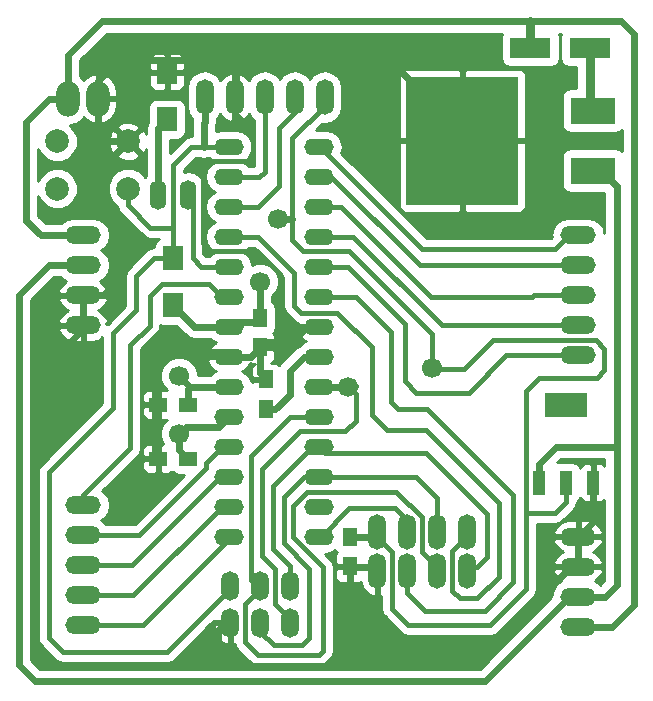
<source format=gbr>
G04 #@! TF.FileFunction,Copper,L2,Bot,Signal*
%FSLAX46Y46*%
G04 Gerber Fmt 4.6, Leading zero omitted, Abs format (unit mm)*
G04 Created by KiCad (PCBNEW no-bzr-product) date 06/20/16 09:14:02*
%MOMM*%
%LPD*%
G01*
G04 APERTURE LIST*
%ADD10C,0.100000*%
%ADD11O,2.500000X1.400000*%
%ADD12C,1.700000*%
%ADD13O,1.500000X3.000000*%
%ADD14R,1.700000X2.000000*%
%ADD15R,3.500120X1.800860*%
%ADD16R,3.800000X2.300000*%
%ADD17R,9.550000X10.900000*%
%ADD18O,3.000000X1.500000*%
%ADD19C,2.000000*%
%ADD20O,1.500000X2.500000*%
%ADD21R,1.250000X1.500000*%
%ADD22R,3.657600X2.032000*%
%ADD23R,1.016000X2.032000*%
%ADD24O,1.400000X2.500000*%
%ADD25O,2.000000X3.000000*%
%ADD26R,1.500000X1.250000*%
%ADD27C,0.600000*%
%ADD28C,0.400000*%
%ADD29C,0.800000*%
%ADD30C,0.254000*%
G04 APERTURE END LIST*
D10*
D11*
X87022449Y-48392239D03*
X87022449Y-50932239D03*
X87022449Y-53472239D03*
X87022449Y-56012239D03*
X87022449Y-58552239D03*
X87022449Y-61092239D03*
X87022449Y-63632239D03*
X87022449Y-66172239D03*
X87022449Y-68712239D03*
X87022449Y-71252239D03*
X87022449Y-73792239D03*
X87022449Y-76332239D03*
X87022449Y-78872239D03*
X87022449Y-81412239D03*
X94642449Y-81412239D03*
X94642449Y-78872239D03*
X94642449Y-76332239D03*
X94642449Y-73792239D03*
X94642449Y-71252239D03*
X94642449Y-68712239D03*
X94642449Y-66172239D03*
X94642449Y-63632239D03*
X94642449Y-61092239D03*
X94642449Y-58552239D03*
X94642449Y-56012239D03*
X94642449Y-53472239D03*
X94642449Y-50932239D03*
X94642449Y-48392239D03*
D12*
X82804000Y-67790060D03*
X82804000Y-72671940D03*
D13*
X99568000Y-84347000D03*
X102108000Y-84347000D03*
X99568000Y-81007000D03*
X102108000Y-81007000D03*
X104648000Y-84347000D03*
X104648000Y-81007000D03*
X107188000Y-84347000D03*
X107188000Y-81007000D03*
D14*
X81788000Y-46069000D03*
X81788000Y-42069000D03*
D15*
X117561360Y-40005000D03*
X112562640Y-40005000D03*
D16*
X117856000Y-45339000D03*
X117856000Y-50419000D03*
D17*
X106806000Y-47879000D03*
D18*
X74676000Y-55880000D03*
X74676000Y-58420000D03*
X74676000Y-60960000D03*
X74676000Y-63500000D03*
D19*
X72486000Y-47943000D03*
X78486000Y-47943000D03*
X72486000Y-51943000D03*
X78486000Y-51943000D03*
D20*
X92202000Y-85552000D03*
X92202000Y-88692000D03*
X89662000Y-85552000D03*
X89662000Y-88692000D03*
X87122000Y-85552000D03*
X87122000Y-88692000D03*
D21*
X97282000Y-83927000D03*
X97282000Y-81427000D03*
D18*
X116586000Y-89027000D03*
X116586000Y-86487000D03*
X116586000Y-83947000D03*
X116586000Y-81407000D03*
D21*
X90170000Y-70592000D03*
X90170000Y-68092000D03*
D13*
X95123000Y-44196000D03*
X92583000Y-44196000D03*
X90043000Y-44196000D03*
X87503000Y-44196000D03*
X84963000Y-44196000D03*
D18*
X74676000Y-78740000D03*
X74676000Y-81280000D03*
X74676000Y-83820000D03*
X74676000Y-86360000D03*
X74676000Y-88900000D03*
X116586000Y-66040000D03*
X116586000Y-63500000D03*
X116586000Y-60960000D03*
X116586000Y-58420000D03*
X116586000Y-55880000D03*
D22*
X115570000Y-70231000D03*
D23*
X115570000Y-76835000D03*
X113284000Y-76835000D03*
X117856000Y-76835000D03*
D24*
X81026000Y-52451000D03*
X83566000Y-52451000D03*
D25*
X73406000Y-44323000D03*
X75946000Y-44323000D03*
D21*
X89662000Y-62885000D03*
X89662000Y-65385000D03*
D14*
X82296000Y-61817000D03*
X82296000Y-57817000D03*
D26*
X83526000Y-70231000D03*
X81026000Y-70231000D03*
X83546000Y-74803000D03*
X81046000Y-74803000D03*
D12*
X97131226Y-68697080D03*
X104229620Y-67142404D03*
X91186000Y-54483000D03*
X89662000Y-59817000D03*
D27*
X117856000Y-50419000D02*
X118554590Y-50419000D01*
X118554590Y-50419000D02*
X119854159Y-51718569D01*
X119854159Y-51718569D02*
X119854159Y-54483000D01*
X119854159Y-54483000D02*
X119854159Y-73787000D01*
X116586000Y-86487000D02*
X115836000Y-86487000D01*
X115836000Y-86487000D02*
X108716942Y-93606058D01*
X69264557Y-92266900D02*
X69264557Y-60919727D01*
X108716942Y-93606058D02*
X70603715Y-93606058D01*
X70603715Y-93606058D02*
X69264557Y-92266900D01*
X69264557Y-60919727D02*
X71764284Y-58420000D01*
X71764284Y-58420000D02*
X74676000Y-58420000D01*
X119854159Y-73787000D02*
X119854159Y-85490119D01*
X119854159Y-85490119D02*
X118857278Y-86487000D01*
X118857278Y-86487000D02*
X116586000Y-86487000D01*
X113284000Y-76835000D02*
X113284000Y-75219000D01*
X113284000Y-75219000D02*
X114716000Y-73787000D01*
X114716000Y-73787000D02*
X119854159Y-73787000D01*
X84963000Y-44196000D02*
X84963000Y-46296000D01*
X84963000Y-46296000D02*
X84896691Y-46362309D01*
X84896691Y-46362309D02*
X84896691Y-48392239D01*
D28*
X82296000Y-57817000D02*
X80691913Y-57817000D01*
X77246407Y-70480116D02*
X71756907Y-75969616D01*
X80691913Y-57817000D02*
X79196330Y-59312583D01*
X79196330Y-59312583D02*
X79196330Y-62238080D01*
X79196330Y-62238080D02*
X77246407Y-64188003D01*
X77246407Y-64188003D02*
X77246407Y-70480116D01*
X71756907Y-75969616D02*
X71756907Y-89951966D01*
X71756907Y-89951966D02*
X72964828Y-91159887D01*
X72964828Y-91159887D02*
X81814113Y-91159887D01*
X81814113Y-91159887D02*
X87122000Y-85852000D01*
X82296000Y-57817000D02*
X82296000Y-55245000D01*
X82296000Y-55245000D02*
X82296000Y-49949930D01*
X78486000Y-51943000D02*
X78486000Y-53357213D01*
X78486000Y-53357213D02*
X80373787Y-55245000D01*
X80373787Y-55245000D02*
X82296000Y-55245000D01*
X82296000Y-49949930D02*
X83853691Y-48392239D01*
X83853691Y-48392239D02*
X84896691Y-48392239D01*
X84963000Y-44196000D02*
X84896691Y-44262309D01*
X84896691Y-48392239D02*
X87022449Y-48392239D01*
X86614000Y-85852000D02*
X86614000Y-85125591D01*
D27*
X90123187Y-64923813D02*
X91440000Y-64923813D01*
X91440000Y-64923813D02*
X92319940Y-64923813D01*
D28*
X91322093Y-59146062D02*
X91322093Y-64805906D01*
X91322093Y-64805906D02*
X91440000Y-64923813D01*
D27*
X89662000Y-65385000D02*
X90123187Y-64923813D01*
X92319940Y-64923813D02*
X93611514Y-63632239D01*
X93611514Y-63632239D02*
X94642449Y-63632239D01*
X89662000Y-65385000D02*
X89662000Y-67584000D01*
X89662000Y-67584000D02*
X90170000Y-68092000D01*
X87022449Y-66172239D02*
X88874761Y-66172239D01*
X88874761Y-66172239D02*
X89662000Y-65385000D01*
X78486000Y-47943000D02*
X77071787Y-47943000D01*
X77071787Y-47943000D02*
X77007787Y-47879000D01*
X77007787Y-47879000D02*
X75946000Y-47879000D01*
X81046000Y-74803000D02*
X80735513Y-74492513D01*
X80735513Y-74492513D02*
X80735513Y-70521487D01*
X80735513Y-70521487D02*
X81026000Y-70231000D01*
X87022449Y-66172239D02*
X86629633Y-65779423D01*
X86629633Y-65779423D02*
X82115198Y-65779423D01*
X82115198Y-65779423D02*
X80800227Y-67094394D01*
X80800227Y-67094394D02*
X80800227Y-70005227D01*
X80800227Y-70005227D02*
X81026000Y-70231000D01*
X86106000Y-92342399D02*
X71837757Y-92342399D01*
X70507744Y-91012386D02*
X70507744Y-67994667D01*
X71837757Y-92342399D02*
X70507744Y-91012386D01*
X70507744Y-67994667D02*
X74676000Y-63826411D01*
X74676000Y-63826411D02*
X74676000Y-63500000D01*
X116586000Y-83947000D02*
X115955430Y-83947000D01*
X115955430Y-83947000D02*
X109075403Y-90827027D01*
X109075403Y-90827027D02*
X97304027Y-90827027D01*
X97304027Y-90827027D02*
X97282000Y-90805000D01*
X86106000Y-92342399D02*
X87897399Y-92342399D01*
X86995000Y-88392000D02*
X86106000Y-89281000D01*
X86106000Y-89281000D02*
X86106000Y-92342399D01*
X87122000Y-88392000D02*
X86995000Y-88392000D01*
X97282000Y-91678647D02*
X97282000Y-90805000D01*
X97282000Y-90805000D02*
X97282000Y-85277000D01*
X87897399Y-92342399D02*
X87910798Y-92329000D01*
X96631647Y-92329000D02*
X97282000Y-91678647D01*
X87910798Y-92329000D02*
X96631647Y-92329000D01*
X97282000Y-85277000D02*
X97282000Y-83927000D01*
D28*
X91322093Y-59146062D02*
X89388280Y-57212249D01*
X89388280Y-57212249D02*
X85533249Y-57212249D01*
X85533249Y-57212249D02*
X84864303Y-56543303D01*
X84864303Y-56543303D02*
X84864303Y-50223121D01*
X84864303Y-50223121D02*
X85495175Y-49592249D01*
X85495175Y-49592249D02*
X89042273Y-49592249D01*
X89042273Y-49592249D02*
X89042273Y-47065000D01*
X89042273Y-47065000D02*
X87503000Y-45525727D01*
X87503000Y-45525727D02*
X87503000Y-44196000D01*
X116586000Y-83947000D02*
X115836000Y-83947000D01*
D27*
X75946000Y-44323000D02*
X75946000Y-42788411D01*
X75946000Y-42788411D02*
X77650064Y-41084347D01*
X77650064Y-41084347D02*
X81788000Y-41084347D01*
X75946000Y-44323000D02*
X75946000Y-47879000D01*
X75946000Y-47879000D02*
X75946000Y-53064705D01*
D28*
X76010000Y-47943000D02*
X75946000Y-47879000D01*
D27*
X75946000Y-53064705D02*
X77755026Y-54873731D01*
X77755026Y-54873731D02*
X77755026Y-59575891D01*
X77755026Y-59575891D02*
X76370917Y-60960000D01*
X76370917Y-60960000D02*
X74676000Y-60960000D01*
X81788000Y-41084347D02*
X84284793Y-41084347D01*
D28*
X81788000Y-42069000D02*
X81788000Y-41084347D01*
D27*
X87630000Y-41084347D02*
X100686347Y-41084347D01*
X100686347Y-41084347D02*
X106806000Y-47204000D01*
X106806000Y-47204000D02*
X106806000Y-47879000D01*
X74676000Y-60960000D02*
X74676000Y-63500000D01*
D28*
X86535695Y-65685485D02*
X87022449Y-66172239D01*
D27*
X99568000Y-83947000D02*
X97302000Y-83947000D01*
X97302000Y-83947000D02*
X97282000Y-83927000D01*
X87503000Y-44196000D02*
X87630000Y-44069000D01*
X87630000Y-44069000D02*
X87630000Y-41969000D01*
X87630000Y-41969000D02*
X87630000Y-41084347D01*
X84284793Y-41084347D02*
X87630000Y-41084347D01*
X116586000Y-81407000D02*
X116586000Y-83947000D01*
X116586000Y-81407000D02*
X117856000Y-80137000D01*
X117856000Y-80137000D02*
X117856000Y-76835000D01*
D28*
X87122000Y-88392000D02*
X87122000Y-89535000D01*
X99548000Y-83927000D02*
X99568000Y-83947000D01*
X75692000Y-44577000D02*
X75946000Y-44323000D01*
D27*
X94974866Y-63299822D02*
X95113870Y-63438826D01*
D28*
X94642449Y-63632239D02*
X94974866Y-63299822D01*
X86920688Y-66274000D02*
X87022449Y-66172239D01*
X87022449Y-66172239D02*
X87030973Y-66180763D01*
X102108000Y-83947000D02*
X102108000Y-86168487D01*
X102108000Y-86168487D02*
X103612818Y-87673305D01*
X100711000Y-69977000D02*
X100711000Y-64041996D01*
X100711000Y-64041996D02*
X97761243Y-61092239D01*
X97761243Y-61092239D02*
X94642449Y-61092239D01*
X103612818Y-87673305D02*
X108682978Y-87673305D01*
X108682978Y-87673305D02*
X111079413Y-85276870D01*
X111079413Y-85276870D02*
X111079413Y-77870661D01*
X111079413Y-77870661D02*
X103820752Y-70612000D01*
X103820752Y-70612000D02*
X101346000Y-70612000D01*
X101346000Y-70612000D02*
X100711000Y-69977000D01*
X94642449Y-81412239D02*
X94819415Y-81412239D01*
X94819415Y-81412239D02*
X97224664Y-79006990D01*
X97224664Y-79006990D02*
X101093857Y-79006990D01*
X101093857Y-79006990D02*
X102108000Y-80021133D01*
X102108000Y-80021133D02*
X102108000Y-81407000D01*
X94642449Y-81412239D02*
X94092449Y-81412239D01*
X89662000Y-85852000D02*
X88392000Y-87122000D01*
X88392000Y-87122000D02*
X88392000Y-90333517D01*
X88392000Y-90333517D02*
X89461431Y-91402948D01*
X89461431Y-91402948D02*
X94652052Y-91402948D01*
X94652052Y-91402948D02*
X94996000Y-91059000D01*
X94996000Y-91059000D02*
X94996000Y-84012860D01*
X94996000Y-84012860D02*
X92441794Y-81458654D01*
X93670618Y-77597000D02*
X101215781Y-77597000D01*
X101215781Y-77597000D02*
X103397990Y-79779209D01*
X92441794Y-81458654D02*
X92441794Y-78825824D01*
X92441794Y-78825824D02*
X93670618Y-77597000D01*
X103397990Y-79779209D02*
X103397990Y-82696990D01*
X103397990Y-82696990D02*
X104648000Y-83947000D01*
X89662000Y-85852000D02*
X88908676Y-85098676D01*
X88908676Y-85098676D02*
X88908676Y-74545446D01*
X88908676Y-74545446D02*
X92201883Y-71252239D01*
X92201883Y-71252239D02*
X94642449Y-71252239D01*
X89662000Y-85852000D02*
X89535000Y-85852000D01*
X104648000Y-83947000D02*
X104648000Y-84324781D01*
X89662000Y-88392000D02*
X89662000Y-89445395D01*
X89662000Y-89445395D02*
X90819350Y-90602745D01*
X90819350Y-90602745D02*
X93235368Y-90602745D01*
X93235368Y-90602745D02*
X93840851Y-89997262D01*
X93840851Y-89997262D02*
X93840851Y-84126098D01*
X93840851Y-84126098D02*
X91666195Y-81951442D01*
X91666195Y-81951442D02*
X91666195Y-78016089D01*
X91666195Y-78016089D02*
X93350045Y-76332239D01*
X93350045Y-76332239D02*
X94642449Y-76332239D01*
X104648000Y-81407000D02*
X104648000Y-78142096D01*
X104648000Y-78142096D02*
X102838143Y-76332239D01*
X102838143Y-76332239D02*
X94642449Y-76332239D01*
X94642449Y-76332239D02*
X95192449Y-76332239D01*
X94662920Y-76311768D02*
X94642449Y-76332239D01*
X89468113Y-88392000D02*
X89154000Y-88392000D01*
X94642449Y-73792239D02*
X95190785Y-74340575D01*
X95190785Y-74340575D02*
X103722747Y-74340575D01*
X103722747Y-74340575D02*
X108858862Y-79476690D01*
X108858862Y-79476690D02*
X108858862Y-83098630D01*
X108858862Y-83098630D02*
X108010492Y-83947000D01*
X108010492Y-83947000D02*
X107188000Y-83947000D01*
X92202000Y-85852000D02*
X92202000Y-83892496D01*
X92202000Y-83892496D02*
X90761050Y-82451546D01*
X90761050Y-82451546D02*
X90761050Y-77123638D01*
X90761050Y-77123638D02*
X94092449Y-73792239D01*
X94092449Y-73792239D02*
X94642449Y-73792239D01*
X107188000Y-81407000D02*
X105937990Y-82657010D01*
X105937990Y-82657010D02*
X105937990Y-85999164D01*
X105937990Y-85999164D02*
X106557757Y-86618931D01*
X106557757Y-86618931D02*
X108072069Y-86618931D01*
X108072069Y-86618931D02*
X109895305Y-84795695D01*
X109895305Y-84795695D02*
X109895305Y-78590343D01*
X109895305Y-78590343D02*
X103691679Y-72386717D01*
X103691679Y-72386717D02*
X100453717Y-72386717D01*
X100453717Y-72386717D02*
X99138913Y-71071913D01*
X99138913Y-71071913D02*
X99138913Y-65367686D01*
X99138913Y-65367686D02*
X96203456Y-62432229D01*
X96203456Y-62432229D02*
X93124897Y-62432229D01*
X93124897Y-62432229D02*
X92564304Y-61871636D01*
X92564304Y-61871636D02*
X92564304Y-59055000D01*
X92564304Y-59055000D02*
X89521543Y-56012239D01*
X89521543Y-56012239D02*
X87022449Y-56012239D01*
X90043000Y-44196000D02*
X90043000Y-50499064D01*
X90043000Y-50499064D02*
X89609825Y-50932239D01*
X89609825Y-50932239D02*
X87022449Y-50932239D01*
X87022449Y-53472239D02*
X89455892Y-53472239D01*
X89455892Y-53472239D02*
X91232614Y-51695517D01*
X91232614Y-51695517D02*
X91232614Y-46793509D01*
X91232614Y-46793509D02*
X92583000Y-45443123D01*
X92583000Y-45443123D02*
X92583000Y-44196000D01*
D27*
X83526000Y-70231000D02*
X83526000Y-68912418D01*
X83526000Y-68912418D02*
X83726179Y-68712239D01*
X87022449Y-68712239D02*
X83726179Y-68712239D01*
X83726179Y-68712239D02*
X82804000Y-67790060D01*
D28*
X87022449Y-68712239D02*
X86372449Y-68712239D01*
D27*
X82804000Y-72671940D02*
X83387423Y-72088517D01*
X83387423Y-72088517D02*
X86186171Y-72088517D01*
X86186171Y-72088517D02*
X87022449Y-71252239D01*
X82804000Y-72671940D02*
X82804000Y-74061000D01*
X82804000Y-74061000D02*
X83546000Y-74803000D01*
D28*
X86187223Y-71252239D02*
X87022449Y-71252239D01*
X87022449Y-71252239D02*
X86372449Y-71252239D01*
D27*
X90170000Y-70592000D02*
X90949086Y-70592000D01*
X90949086Y-70592000D02*
X92159950Y-69381136D01*
X92159950Y-69381136D02*
X92159950Y-67363005D01*
X92159950Y-67363005D02*
X93350716Y-66172239D01*
X93350716Y-66172239D02*
X94642449Y-66172239D01*
X95013771Y-65800917D02*
X95089319Y-65876465D01*
D28*
X94642449Y-66172239D02*
X95013771Y-65800917D01*
D27*
X87022449Y-63632239D02*
X87400032Y-63254656D01*
X87400032Y-63254656D02*
X89292344Y-63254656D01*
X89292344Y-63254656D02*
X89662000Y-62885000D01*
X91186000Y-54483000D02*
X92395545Y-54483000D01*
X89662000Y-59817000D02*
X89662000Y-62885000D01*
X87022449Y-63632239D02*
X84111239Y-63632239D01*
X84111239Y-63632239D02*
X82296000Y-61817000D01*
X94642449Y-68712239D02*
X97116067Y-68712239D01*
X97116067Y-68712239D02*
X97131226Y-68697080D01*
D28*
X95123000Y-44196000D02*
X95123000Y-44946000D01*
X95123000Y-44946000D02*
X92395545Y-47673455D01*
X92395545Y-47673455D02*
X92395545Y-54483000D01*
X99568000Y-81407000D02*
X100857990Y-82696990D01*
X100857990Y-82696990D02*
X100857990Y-87501400D01*
X100857990Y-87501400D02*
X102221878Y-88865288D01*
X102221878Y-88865288D02*
X109171404Y-88865288D01*
X109171404Y-88865288D02*
X112192202Y-85844490D01*
X112192202Y-85844490D02*
X112192202Y-79375000D01*
X112192202Y-79375000D02*
X114654977Y-79375000D01*
X114654977Y-79375000D02*
X115570000Y-78459977D01*
X115570000Y-78459977D02*
X115570000Y-76835000D01*
X112192202Y-79375000D02*
X112192202Y-69068452D01*
X104272041Y-67184825D02*
X104229620Y-67142404D01*
X118823899Y-65501049D02*
X118073569Y-64750719D01*
X118073569Y-64750719D02*
X109348921Y-64750719D01*
X112192202Y-69068452D02*
X113315654Y-67945000D01*
X113315654Y-67945000D02*
X118208127Y-67945000D01*
X118208127Y-67945000D02*
X118823899Y-67329228D01*
X118823899Y-67329228D02*
X118823899Y-65501049D01*
X109348921Y-64750719D02*
X106914815Y-67184825D01*
X106914815Y-67184825D02*
X104272041Y-67184825D01*
X97131226Y-68697080D02*
X97167594Y-68697080D01*
X97167594Y-68697080D02*
X97758427Y-69287913D01*
X97758427Y-69287913D02*
X97758427Y-71586885D01*
X90951990Y-87141990D02*
X92202000Y-88392000D01*
X97758427Y-71586885D02*
X96893063Y-72452249D01*
X96893063Y-72452249D02*
X93028751Y-72452249D01*
X93028751Y-72452249D02*
X89834863Y-75646137D01*
X89834863Y-75646137D02*
X89834863Y-83010452D01*
X89834863Y-83010452D02*
X90951990Y-84127579D01*
X90951990Y-84127579D02*
X90951990Y-87141990D01*
X97718001Y-68697080D02*
X97131226Y-68697080D01*
X97758427Y-68656654D02*
X97718001Y-68697080D01*
X92395545Y-54483000D02*
X92395545Y-56327545D01*
X92395545Y-56327545D02*
X93280249Y-57212249D01*
X93280249Y-57212249D02*
X97199133Y-57212249D01*
X97199133Y-57212249D02*
X104229620Y-64242736D01*
X104229620Y-64242736D02*
X104229620Y-65940323D01*
X104229620Y-65940323D02*
X104229620Y-67142404D01*
D27*
X97282000Y-81427000D02*
X99548000Y-81427000D01*
X99548000Y-81427000D02*
X99568000Y-81407000D01*
D28*
X83566000Y-52451000D02*
X83950263Y-52835263D01*
X83950263Y-52835263D02*
X83950263Y-57820738D01*
X83950263Y-57820738D02*
X84681764Y-58552239D01*
X84681764Y-58552239D02*
X87022449Y-58552239D01*
X86478610Y-58552239D02*
X87022449Y-58552239D01*
D27*
X81026000Y-52451000D02*
X81026000Y-46831000D01*
X81026000Y-46831000D02*
X81788000Y-46069000D01*
D28*
X74676000Y-78740000D02*
X74676000Y-77893526D01*
X74676000Y-77893526D02*
X78675683Y-73893843D01*
X78675683Y-73893843D02*
X78675683Y-65172423D01*
X78675683Y-65172423D02*
X80307284Y-63540822D01*
X80307284Y-63540822D02*
X80307284Y-61055714D01*
X80307284Y-61055714D02*
X81370759Y-59992239D01*
X81370759Y-59992239D02*
X85372449Y-59992239D01*
X85372449Y-59992239D02*
X86472449Y-61092239D01*
X86472449Y-61092239D02*
X87022449Y-61092239D01*
X87022449Y-73792239D02*
X86472449Y-73792239D01*
X86472449Y-73792239D02*
X85081902Y-75182786D01*
X85081902Y-75182786D02*
X85081902Y-75630504D01*
X85081902Y-75630504D02*
X79432406Y-81280000D01*
X79432406Y-81280000D02*
X74676000Y-81280000D01*
X74676000Y-83820000D02*
X78826693Y-83820000D01*
X78826693Y-83820000D02*
X86314454Y-76332239D01*
X86314454Y-76332239D02*
X87022449Y-76332239D01*
X86372449Y-76332239D02*
X87022449Y-76332239D01*
X74676000Y-86360000D02*
X78933980Y-86360000D01*
X78933980Y-86360000D02*
X86421741Y-78872239D01*
X86421741Y-78872239D02*
X87022449Y-78872239D01*
X86372449Y-78872239D02*
X87022449Y-78872239D01*
X74676000Y-88900000D02*
X79725254Y-88900000D01*
X79725254Y-88900000D02*
X87022449Y-81602805D01*
X87022449Y-81602805D02*
X87022449Y-81412239D01*
X94642449Y-58552239D02*
X97084194Y-58552239D01*
X97084194Y-58552239D02*
X101903218Y-63371263D01*
X101903218Y-63371263D02*
X101903218Y-68248218D01*
X101903218Y-68248218D02*
X102870000Y-69215000D01*
X107315000Y-69215000D02*
X110490000Y-66040000D01*
X102870000Y-69215000D02*
X107315000Y-69215000D01*
X110490000Y-66040000D02*
X114686000Y-66040000D01*
X114686000Y-66040000D02*
X116586000Y-66040000D01*
X94642449Y-58552239D02*
X94680444Y-58514244D01*
X94642449Y-56012239D02*
X97576803Y-56012239D01*
X97576803Y-56012239D02*
X105064564Y-63500000D01*
X105064564Y-63500000D02*
X114686000Y-63500000D01*
X114686000Y-63500000D02*
X116586000Y-63500000D01*
X94642449Y-53472239D02*
X96552206Y-53472239D01*
X96552206Y-53472239D02*
X104166967Y-61087000D01*
X104166967Y-61087000D02*
X112704083Y-61087000D01*
X112704083Y-61087000D02*
X112831083Y-60960000D01*
X112831083Y-60960000D02*
X114686000Y-60960000D01*
X114686000Y-60960000D02*
X116586000Y-60960000D01*
X94642449Y-50932239D02*
X95697386Y-50932239D01*
X95697386Y-50932239D02*
X103185147Y-58420000D01*
X103185147Y-58420000D02*
X114686000Y-58420000D01*
X114686000Y-58420000D02*
X116586000Y-58420000D01*
X94642449Y-48392239D02*
X94730902Y-48392239D01*
X94730902Y-48392239D02*
X103385351Y-57046688D01*
X103385351Y-57046688D02*
X114669312Y-57046688D01*
X114669312Y-57046688D02*
X115836000Y-55880000D01*
X115836000Y-55880000D02*
X116586000Y-55880000D01*
D29*
X117561360Y-40005000D02*
X117561360Y-45044360D01*
X117561360Y-45044360D02*
X117856000Y-45339000D01*
X112562640Y-40005000D02*
X112562640Y-38304570D01*
X112562640Y-38304570D02*
X112522000Y-38263930D01*
X112522000Y-38263930D02*
X112522000Y-37778738D01*
D27*
X73406000Y-44323000D02*
X73406000Y-40622964D01*
X73406000Y-40622964D02*
X76250226Y-37778738D01*
X76250226Y-37778738D02*
X82189272Y-37778738D01*
X82189272Y-37778738D02*
X112522000Y-37778738D01*
X73406000Y-44323000D02*
X71806000Y-44323000D01*
X71806000Y-44323000D02*
X69850000Y-46279000D01*
X69850000Y-46279000D02*
X69850000Y-54651129D01*
X69850000Y-54651129D02*
X71078871Y-55880000D01*
X71078871Y-55880000D02*
X74676000Y-55880000D01*
X120228606Y-37778738D02*
X112522000Y-37778738D01*
X121311509Y-87151292D02*
X121311509Y-46355000D01*
X121311509Y-46355000D02*
X121311509Y-38861641D01*
X116586000Y-89027000D02*
X119435801Y-89027000D01*
X121311509Y-38861641D02*
X120228606Y-37778738D01*
X119435801Y-89027000D02*
X121311509Y-87151292D01*
D28*
X73406000Y-44323000D02*
X73403875Y-44325125D01*
D30*
G36*
X110127762Y-38820909D02*
X110071338Y-39104570D01*
X110071338Y-40905430D01*
X110127762Y-41189091D01*
X110288443Y-41429567D01*
X110528919Y-41590248D01*
X110812580Y-41646672D01*
X114312700Y-41646672D01*
X114596361Y-41590248D01*
X114836837Y-41429567D01*
X114997518Y-41189091D01*
X115053942Y-40905430D01*
X115053942Y-39104570D01*
X114997518Y-38820909D01*
X114987381Y-38805738D01*
X115136619Y-38805738D01*
X115126482Y-38820909D01*
X115070058Y-39104570D01*
X115070058Y-40905430D01*
X115126482Y-41189091D01*
X115287163Y-41429567D01*
X115527639Y-41590248D01*
X115811300Y-41646672D01*
X116434360Y-41646672D01*
X116434360Y-43447758D01*
X115956000Y-43447758D01*
X115672339Y-43504182D01*
X115431863Y-43664863D01*
X115271182Y-43905339D01*
X115214758Y-44189000D01*
X115214758Y-46489000D01*
X115271182Y-46772661D01*
X115431863Y-47013137D01*
X115672339Y-47173818D01*
X115956000Y-47230242D01*
X119756000Y-47230242D01*
X120039661Y-47173818D01*
X120280137Y-47013137D01*
X120284509Y-47006594D01*
X120284509Y-48751406D01*
X120280137Y-48744863D01*
X120039661Y-48584182D01*
X119756000Y-48527758D01*
X115956000Y-48527758D01*
X115672339Y-48584182D01*
X115431863Y-48744863D01*
X115271182Y-48985339D01*
X115214758Y-49269000D01*
X115214758Y-51569000D01*
X115271182Y-51852661D01*
X115431863Y-52093137D01*
X115672339Y-52253818D01*
X115956000Y-52310242D01*
X118827159Y-52310242D01*
X118827159Y-55731839D01*
X118744200Y-55314777D01*
X118424027Y-54835603D01*
X117944853Y-54515430D01*
X117379630Y-54403000D01*
X115792370Y-54403000D01*
X115227147Y-54515430D01*
X114747973Y-54835603D01*
X114427800Y-55314777D01*
X114315370Y-55880000D01*
X114350154Y-56054870D01*
X114285336Y-56119688D01*
X103769327Y-56119688D01*
X96555930Y-48906291D01*
X96658181Y-48392239D01*
X96612931Y-48164750D01*
X101396000Y-48164750D01*
X101396000Y-53455310D01*
X101492673Y-53688699D01*
X101671302Y-53867327D01*
X101904691Y-53964000D01*
X106520250Y-53964000D01*
X106679000Y-53805250D01*
X106679000Y-48006000D01*
X106933000Y-48006000D01*
X106933000Y-53805250D01*
X107091750Y-53964000D01*
X111707309Y-53964000D01*
X111940698Y-53867327D01*
X112119327Y-53688699D01*
X112216000Y-53455310D01*
X112216000Y-48164750D01*
X112057250Y-48006000D01*
X106933000Y-48006000D01*
X106679000Y-48006000D01*
X101554750Y-48006000D01*
X101396000Y-48164750D01*
X96612931Y-48164750D01*
X96549557Y-47846150D01*
X96240222Y-47383198D01*
X95777270Y-47073863D01*
X95231181Y-46965239D01*
X94414737Y-46965239D01*
X94948130Y-46431846D01*
X95123000Y-46466630D01*
X95688223Y-46354200D01*
X96167397Y-46034027D01*
X96487570Y-45554853D01*
X96600000Y-44989630D01*
X96600000Y-43402370D01*
X96487570Y-42837147D01*
X96167397Y-42357973D01*
X96084660Y-42302690D01*
X101396000Y-42302690D01*
X101396000Y-47593250D01*
X101554750Y-47752000D01*
X106679000Y-47752000D01*
X106679000Y-41952750D01*
X106933000Y-41952750D01*
X106933000Y-47752000D01*
X112057250Y-47752000D01*
X112216000Y-47593250D01*
X112216000Y-42302690D01*
X112119327Y-42069301D01*
X111940698Y-41890673D01*
X111707309Y-41794000D01*
X107091750Y-41794000D01*
X106933000Y-41952750D01*
X106679000Y-41952750D01*
X106520250Y-41794000D01*
X101904691Y-41794000D01*
X101671302Y-41890673D01*
X101492673Y-42069301D01*
X101396000Y-42302690D01*
X96084660Y-42302690D01*
X95688223Y-42037800D01*
X95123000Y-41925370D01*
X94557777Y-42037800D01*
X94078603Y-42357973D01*
X93853000Y-42695613D01*
X93627397Y-42357973D01*
X93148223Y-42037800D01*
X92583000Y-41925370D01*
X92017777Y-42037800D01*
X91538603Y-42357973D01*
X91313000Y-42695613D01*
X91087397Y-42357973D01*
X90608223Y-42037800D01*
X90043000Y-41925370D01*
X89477777Y-42037800D01*
X88998603Y-42357973D01*
X88717636Y-42778470D01*
X88392540Y-42376855D01*
X87915684Y-42117827D01*
X87844185Y-42103682D01*
X87630000Y-42226344D01*
X87630000Y-44069000D01*
X87650000Y-44069000D01*
X87650000Y-44323000D01*
X87630000Y-44323000D01*
X87630000Y-46165656D01*
X87844185Y-46288318D01*
X87915684Y-46274173D01*
X88392540Y-46015145D01*
X88717636Y-45613530D01*
X88998603Y-46034027D01*
X89116000Y-46112469D01*
X89116000Y-50005239D01*
X88675040Y-50005239D01*
X88620222Y-49923198D01*
X88229670Y-49662239D01*
X88620222Y-49401280D01*
X88929557Y-48938328D01*
X89038181Y-48392239D01*
X88929557Y-47846150D01*
X88620222Y-47383198D01*
X88157270Y-47073863D01*
X87611181Y-46965239D01*
X86433717Y-46965239D01*
X85923691Y-47066690D01*
X85923691Y-46629357D01*
X85990000Y-46296000D01*
X85990000Y-46045651D01*
X86007397Y-46034027D01*
X86288364Y-45613530D01*
X86613460Y-46015145D01*
X87090316Y-46274173D01*
X87161815Y-46288318D01*
X87376000Y-46165656D01*
X87376000Y-44323000D01*
X87356000Y-44323000D01*
X87356000Y-44069000D01*
X87376000Y-44069000D01*
X87376000Y-42226344D01*
X87161815Y-42103682D01*
X87090316Y-42117827D01*
X86613460Y-42376855D01*
X86288364Y-42778470D01*
X86007397Y-42357973D01*
X85528223Y-42037800D01*
X84963000Y-41925370D01*
X84397777Y-42037800D01*
X83918603Y-42357973D01*
X83598430Y-42837147D01*
X83486000Y-43402370D01*
X83486000Y-44989630D01*
X83598430Y-45554853D01*
X83918603Y-46034027D01*
X83933068Y-46043692D01*
X83869691Y-46362309D01*
X83869691Y-47465239D01*
X83853691Y-47465239D01*
X83498944Y-47535802D01*
X83198203Y-47736751D01*
X82053000Y-48881954D01*
X82053000Y-47810242D01*
X82638000Y-47810242D01*
X82921661Y-47753818D01*
X83162137Y-47593137D01*
X83322818Y-47352661D01*
X83379242Y-47069000D01*
X83379242Y-45069000D01*
X83322818Y-44785339D01*
X83162137Y-44544863D01*
X82921661Y-44384182D01*
X82638000Y-44327758D01*
X80938000Y-44327758D01*
X80654339Y-44384182D01*
X80413863Y-44544863D01*
X80253182Y-44785339D01*
X80196758Y-45069000D01*
X80196758Y-46259016D01*
X80077176Y-46437984D01*
X79999000Y-46831000D01*
X79999000Y-47294738D01*
X79905387Y-47068736D01*
X79638532Y-46970073D01*
X78665605Y-47943000D01*
X79638532Y-48915927D01*
X79905387Y-48817264D01*
X79999000Y-48565287D01*
X79999000Y-50880105D01*
X79945342Y-50960410D01*
X79465544Y-50479774D01*
X78831029Y-50216300D01*
X78143986Y-50215701D01*
X77509011Y-50478067D01*
X77022774Y-50963456D01*
X76759300Y-51597971D01*
X76758701Y-52285014D01*
X77021067Y-52919989D01*
X77506456Y-53406226D01*
X77574358Y-53434421D01*
X77629564Y-53711961D01*
X77797971Y-53964000D01*
X77830512Y-54012701D01*
X79718299Y-55900488D01*
X80019039Y-56101436D01*
X80373787Y-56172000D01*
X81102747Y-56172000D01*
X80921863Y-56292863D01*
X80761182Y-56533339D01*
X80704758Y-56817000D01*
X80704758Y-56890000D01*
X80691913Y-56890000D01*
X80337166Y-56960563D01*
X80036425Y-57161512D01*
X78540842Y-58657095D01*
X78339894Y-58957835D01*
X78269330Y-59312583D01*
X78269330Y-61854104D01*
X76750436Y-63372998D01*
X76645657Y-63372998D01*
X76768318Y-63158815D01*
X76754173Y-63087316D01*
X76495145Y-62610460D01*
X76073349Y-62269028D01*
X75941502Y-62230000D01*
X76073349Y-62190972D01*
X76495145Y-61849540D01*
X76754173Y-61372684D01*
X76768318Y-61301185D01*
X76645656Y-61087000D01*
X74803000Y-61087000D01*
X74803000Y-63373000D01*
X74823000Y-63373000D01*
X74823000Y-63627000D01*
X74803000Y-63627000D01*
X74803000Y-64885000D01*
X75553000Y-64885000D01*
X76073349Y-64730972D01*
X76319407Y-64531795D01*
X76319407Y-70096140D01*
X71101419Y-75314128D01*
X70900471Y-75614868D01*
X70829907Y-75969616D01*
X70829907Y-89951966D01*
X70900471Y-90306714D01*
X70970591Y-90411656D01*
X71101419Y-90607454D01*
X72309340Y-91815375D01*
X72610080Y-92016323D01*
X72964828Y-92086887D01*
X81814113Y-92086887D01*
X82168861Y-92016323D01*
X82469601Y-91815375D01*
X85465976Y-88819000D01*
X85737000Y-88819000D01*
X85737000Y-89319000D01*
X85891028Y-89839349D01*
X86232460Y-90261145D01*
X86709316Y-90520173D01*
X86780815Y-90534318D01*
X86995000Y-90411656D01*
X86995000Y-88819000D01*
X85737000Y-88819000D01*
X85465976Y-88819000D01*
X85737000Y-88547976D01*
X85737000Y-88565000D01*
X86995000Y-88565000D01*
X86995000Y-88545000D01*
X87249000Y-88545000D01*
X87249000Y-88565000D01*
X87269000Y-88565000D01*
X87269000Y-88819000D01*
X87249000Y-88819000D01*
X87249000Y-90411656D01*
X87463185Y-90534318D01*
X87503361Y-90526370D01*
X87535564Y-90688265D01*
X87693252Y-90924262D01*
X87736512Y-90989005D01*
X88805943Y-92058436D01*
X89106684Y-92259385D01*
X89461431Y-92329948D01*
X94652052Y-92329948D01*
X95006800Y-92259384D01*
X95307540Y-92058436D01*
X95651488Y-91714488D01*
X95852436Y-91413748D01*
X95923000Y-91059000D01*
X95923000Y-84212750D01*
X96022000Y-84212750D01*
X96022000Y-84803309D01*
X96118673Y-85036698D01*
X96297301Y-85215327D01*
X96530690Y-85312000D01*
X96996250Y-85312000D01*
X97155000Y-85153250D01*
X97155000Y-84054000D01*
X96180750Y-84054000D01*
X96022000Y-84212750D01*
X95923000Y-84212750D01*
X95923000Y-84012860D01*
X95908360Y-83939259D01*
X95852437Y-83658113D01*
X95651488Y-83357372D01*
X95133355Y-82839239D01*
X95231181Y-82839239D01*
X95777270Y-82730615D01*
X96036723Y-82557254D01*
X96132863Y-82701137D01*
X96193992Y-82741982D01*
X96118673Y-82817302D01*
X96022000Y-83050691D01*
X96022000Y-83641250D01*
X96180750Y-83800000D01*
X97155000Y-83800000D01*
X97155000Y-83780000D01*
X97409000Y-83780000D01*
X97409000Y-83800000D01*
X97429000Y-83800000D01*
X97429000Y-84054000D01*
X97409000Y-84054000D01*
X97409000Y-85153250D01*
X97567750Y-85312000D01*
X98033310Y-85312000D01*
X98189855Y-85247157D01*
X98337028Y-85744349D01*
X98678460Y-86166145D01*
X99155316Y-86425173D01*
X99226815Y-86439318D01*
X99441000Y-86316656D01*
X99441000Y-84474000D01*
X99421000Y-84474000D01*
X99421000Y-84220000D01*
X99441000Y-84220000D01*
X99441000Y-84200000D01*
X99695000Y-84200000D01*
X99695000Y-84220000D01*
X99715000Y-84220000D01*
X99715000Y-84474000D01*
X99695000Y-84474000D01*
X99695000Y-86316656D01*
X99909185Y-86439318D01*
X99930990Y-86435004D01*
X99930990Y-87501400D01*
X100001554Y-87856148D01*
X100164568Y-88100116D01*
X100202502Y-88156888D01*
X101566390Y-89520776D01*
X101867130Y-89721724D01*
X102221878Y-89792288D01*
X109171404Y-89792288D01*
X109526152Y-89721724D01*
X109826892Y-89520776D01*
X112847690Y-86499978D01*
X113048639Y-86199237D01*
X113119202Y-85844490D01*
X113119202Y-81748185D01*
X114493682Y-81748185D01*
X114507827Y-81819684D01*
X114766855Y-82296540D01*
X115188651Y-82637972D01*
X115320498Y-82677000D01*
X115188651Y-82716028D01*
X114766855Y-83057460D01*
X114507827Y-83534316D01*
X114493682Y-83605815D01*
X114616344Y-83820000D01*
X116459000Y-83820000D01*
X116459000Y-81534000D01*
X116713000Y-81534000D01*
X116713000Y-83820000D01*
X118555656Y-83820000D01*
X118678318Y-83605815D01*
X118664173Y-83534316D01*
X118405145Y-83057460D01*
X117983349Y-82716028D01*
X117851502Y-82677000D01*
X117983349Y-82637972D01*
X118405145Y-82296540D01*
X118664173Y-81819684D01*
X118678318Y-81748185D01*
X118555656Y-81534000D01*
X116713000Y-81534000D01*
X116459000Y-81534000D01*
X114616344Y-81534000D01*
X114493682Y-81748185D01*
X113119202Y-81748185D01*
X113119202Y-81065815D01*
X114493682Y-81065815D01*
X114616344Y-81280000D01*
X116459000Y-81280000D01*
X116459000Y-80022000D01*
X116713000Y-80022000D01*
X116713000Y-81280000D01*
X118555656Y-81280000D01*
X118678318Y-81065815D01*
X118664173Y-80994316D01*
X118405145Y-80517460D01*
X117983349Y-80176028D01*
X117463000Y-80022000D01*
X116713000Y-80022000D01*
X116459000Y-80022000D01*
X115709000Y-80022000D01*
X115188651Y-80176028D01*
X114766855Y-80517460D01*
X114507827Y-80994316D01*
X114493682Y-81065815D01*
X113119202Y-81065815D01*
X113119202Y-80302000D01*
X114654977Y-80302000D01*
X115009725Y-80231436D01*
X115310465Y-80030488D01*
X116225488Y-79115465D01*
X116256471Y-79069096D01*
X116426436Y-78814725D01*
X116497000Y-78459977D01*
X116497000Y-78445387D01*
X116602137Y-78375137D01*
X116762818Y-78134661D01*
X116767801Y-78109611D01*
X116809673Y-78210699D01*
X116988302Y-78389327D01*
X117221691Y-78486000D01*
X117570250Y-78486000D01*
X117729000Y-78327250D01*
X117729000Y-76962000D01*
X117709000Y-76962000D01*
X117709000Y-76708000D01*
X117729000Y-76708000D01*
X117729000Y-75342750D01*
X117570250Y-75184000D01*
X117221691Y-75184000D01*
X116988302Y-75280673D01*
X116809673Y-75459301D01*
X116767801Y-75560389D01*
X116762818Y-75535339D01*
X116602137Y-75294863D01*
X116361661Y-75134182D01*
X116078000Y-75077758D01*
X115062000Y-75077758D01*
X114831863Y-75123535D01*
X115141398Y-74814000D01*
X118827159Y-74814000D01*
X118827159Y-75384133D01*
X118723698Y-75280673D01*
X118490309Y-75184000D01*
X118141750Y-75184000D01*
X117983000Y-75342750D01*
X117983000Y-76708000D01*
X118003000Y-76708000D01*
X118003000Y-76962000D01*
X117983000Y-76962000D01*
X117983000Y-78327250D01*
X118141750Y-78486000D01*
X118490309Y-78486000D01*
X118723698Y-78389327D01*
X118827159Y-78285867D01*
X118827159Y-85064722D01*
X118434141Y-85457739D01*
X118424027Y-85442603D01*
X118003530Y-85161636D01*
X118405145Y-84836540D01*
X118664173Y-84359684D01*
X118678318Y-84288185D01*
X118555656Y-84074000D01*
X116713000Y-84074000D01*
X116713000Y-84094000D01*
X116459000Y-84094000D01*
X116459000Y-84074000D01*
X114616344Y-84074000D01*
X114493682Y-84288185D01*
X114507827Y-84359684D01*
X114766855Y-84836540D01*
X115168470Y-85161636D01*
X114747973Y-85442603D01*
X114427800Y-85921777D01*
X114315370Y-86487000D01*
X114326691Y-86543912D01*
X108291544Y-92579058D01*
X71029112Y-92579058D01*
X70291557Y-91841502D01*
X70291557Y-63841185D01*
X72583682Y-63841185D01*
X72597827Y-63912684D01*
X72856855Y-64389540D01*
X73278651Y-64730972D01*
X73799000Y-64885000D01*
X74549000Y-64885000D01*
X74549000Y-63627000D01*
X72706344Y-63627000D01*
X72583682Y-63841185D01*
X70291557Y-63841185D01*
X70291557Y-61345125D01*
X70335497Y-61301185D01*
X72583682Y-61301185D01*
X72597827Y-61372684D01*
X72856855Y-61849540D01*
X73278651Y-62190972D01*
X73410498Y-62230000D01*
X73278651Y-62269028D01*
X72856855Y-62610460D01*
X72597827Y-63087316D01*
X72583682Y-63158815D01*
X72706344Y-63373000D01*
X74549000Y-63373000D01*
X74549000Y-61087000D01*
X72706344Y-61087000D01*
X72583682Y-61301185D01*
X70335497Y-61301185D01*
X72189682Y-59447000D01*
X72826349Y-59447000D01*
X72837973Y-59464397D01*
X73258470Y-59745364D01*
X72856855Y-60070460D01*
X72597827Y-60547316D01*
X72583682Y-60618815D01*
X72706344Y-60833000D01*
X74549000Y-60833000D01*
X74549000Y-60813000D01*
X74803000Y-60813000D01*
X74803000Y-60833000D01*
X76645656Y-60833000D01*
X76768318Y-60618815D01*
X76754173Y-60547316D01*
X76495145Y-60070460D01*
X76093530Y-59745364D01*
X76514027Y-59464397D01*
X76834200Y-58985223D01*
X76946630Y-58420000D01*
X76834200Y-57854777D01*
X76514027Y-57375603D01*
X76176387Y-57150000D01*
X76514027Y-56924397D01*
X76834200Y-56445223D01*
X76946630Y-55880000D01*
X76834200Y-55314777D01*
X76514027Y-54835603D01*
X76034853Y-54515430D01*
X75469630Y-54403000D01*
X73882370Y-54403000D01*
X73317147Y-54515430D01*
X72837973Y-54835603D01*
X72826349Y-54853000D01*
X71504269Y-54853000D01*
X70877000Y-54225731D01*
X70877000Y-52571320D01*
X71021067Y-52919989D01*
X71506456Y-53406226D01*
X72140971Y-53669700D01*
X72828014Y-53670299D01*
X73462989Y-53407933D01*
X73949226Y-52922544D01*
X74212700Y-52288029D01*
X74213299Y-51600986D01*
X73950933Y-50966011D01*
X73465544Y-50479774D01*
X72831029Y-50216300D01*
X72143986Y-50215701D01*
X71509011Y-50478067D01*
X71022774Y-50963456D01*
X70877000Y-51314518D01*
X70877000Y-48571320D01*
X71021067Y-48919989D01*
X71506456Y-49406226D01*
X72140971Y-49669700D01*
X72828014Y-49670299D01*
X73462989Y-49407933D01*
X73775935Y-49095532D01*
X77513073Y-49095532D01*
X77611736Y-49362387D01*
X78221461Y-49588908D01*
X78871460Y-49564856D01*
X79360264Y-49362387D01*
X79458927Y-49095532D01*
X78486000Y-48122605D01*
X77513073Y-49095532D01*
X73775935Y-49095532D01*
X73949226Y-48922544D01*
X74212700Y-48288029D01*
X74213231Y-47678461D01*
X76840092Y-47678461D01*
X76864144Y-48328460D01*
X77066613Y-48817264D01*
X77333468Y-48915927D01*
X78306395Y-47943000D01*
X77333468Y-46970073D01*
X77066613Y-47068736D01*
X76840092Y-47678461D01*
X74213231Y-47678461D01*
X74213299Y-47600986D01*
X73950933Y-46966011D01*
X73775696Y-46790468D01*
X77513073Y-46790468D01*
X78486000Y-47763395D01*
X79458927Y-46790468D01*
X79360264Y-46523613D01*
X78750539Y-46297092D01*
X78100540Y-46321144D01*
X77611736Y-46523613D01*
X77513073Y-46790468D01*
X73775696Y-46790468D01*
X73550507Y-46564886D01*
X74066894Y-46462170D01*
X74627173Y-46087803D01*
X74749966Y-45904031D01*
X74879683Y-46068922D01*
X75437645Y-46382144D01*
X75565566Y-46413124D01*
X75819000Y-46293777D01*
X75819000Y-44450000D01*
X76073000Y-44450000D01*
X76073000Y-46293777D01*
X76326434Y-46413124D01*
X76454355Y-46382144D01*
X77012317Y-46068922D01*
X77407942Y-45566020D01*
X77581000Y-44950000D01*
X77581000Y-44450000D01*
X76073000Y-44450000D01*
X75819000Y-44450000D01*
X75799000Y-44450000D01*
X75799000Y-44196000D01*
X75819000Y-44196000D01*
X75819000Y-42352223D01*
X76073000Y-42352223D01*
X76073000Y-44196000D01*
X77581000Y-44196000D01*
X77581000Y-43696000D01*
X77407942Y-43079980D01*
X77012317Y-42577078D01*
X76616271Y-42354750D01*
X80303000Y-42354750D01*
X80303000Y-43195309D01*
X80399673Y-43428698D01*
X80578301Y-43607327D01*
X80811690Y-43704000D01*
X81502250Y-43704000D01*
X81661000Y-43545250D01*
X81661000Y-42196000D01*
X81915000Y-42196000D01*
X81915000Y-43545250D01*
X82073750Y-43704000D01*
X82764310Y-43704000D01*
X82997699Y-43607327D01*
X83176327Y-43428698D01*
X83273000Y-43195309D01*
X83273000Y-42354750D01*
X83114250Y-42196000D01*
X81915000Y-42196000D01*
X81661000Y-42196000D01*
X80461750Y-42196000D01*
X80303000Y-42354750D01*
X76616271Y-42354750D01*
X76454355Y-42263856D01*
X76326434Y-42232876D01*
X76073000Y-42352223D01*
X75819000Y-42352223D01*
X75565566Y-42232876D01*
X75437645Y-42263856D01*
X74879683Y-42577078D01*
X74749966Y-42741969D01*
X74627173Y-42558197D01*
X74433000Y-42428455D01*
X74433000Y-41048362D01*
X74538671Y-40942691D01*
X80303000Y-40942691D01*
X80303000Y-41783250D01*
X80461750Y-41942000D01*
X81661000Y-41942000D01*
X81661000Y-40592750D01*
X81915000Y-40592750D01*
X81915000Y-41942000D01*
X83114250Y-41942000D01*
X83273000Y-41783250D01*
X83273000Y-40942691D01*
X83176327Y-40709302D01*
X82997699Y-40530673D01*
X82764310Y-40434000D01*
X82073750Y-40434000D01*
X81915000Y-40592750D01*
X81661000Y-40592750D01*
X81502250Y-40434000D01*
X80811690Y-40434000D01*
X80578301Y-40530673D01*
X80399673Y-40709302D01*
X80303000Y-40942691D01*
X74538671Y-40942691D01*
X76675624Y-38805738D01*
X110137899Y-38805738D01*
X110127762Y-38820909D01*
X110127762Y-38820909D01*
G37*
X110127762Y-38820909D02*
X110071338Y-39104570D01*
X110071338Y-40905430D01*
X110127762Y-41189091D01*
X110288443Y-41429567D01*
X110528919Y-41590248D01*
X110812580Y-41646672D01*
X114312700Y-41646672D01*
X114596361Y-41590248D01*
X114836837Y-41429567D01*
X114997518Y-41189091D01*
X115053942Y-40905430D01*
X115053942Y-39104570D01*
X114997518Y-38820909D01*
X114987381Y-38805738D01*
X115136619Y-38805738D01*
X115126482Y-38820909D01*
X115070058Y-39104570D01*
X115070058Y-40905430D01*
X115126482Y-41189091D01*
X115287163Y-41429567D01*
X115527639Y-41590248D01*
X115811300Y-41646672D01*
X116434360Y-41646672D01*
X116434360Y-43447758D01*
X115956000Y-43447758D01*
X115672339Y-43504182D01*
X115431863Y-43664863D01*
X115271182Y-43905339D01*
X115214758Y-44189000D01*
X115214758Y-46489000D01*
X115271182Y-46772661D01*
X115431863Y-47013137D01*
X115672339Y-47173818D01*
X115956000Y-47230242D01*
X119756000Y-47230242D01*
X120039661Y-47173818D01*
X120280137Y-47013137D01*
X120284509Y-47006594D01*
X120284509Y-48751406D01*
X120280137Y-48744863D01*
X120039661Y-48584182D01*
X119756000Y-48527758D01*
X115956000Y-48527758D01*
X115672339Y-48584182D01*
X115431863Y-48744863D01*
X115271182Y-48985339D01*
X115214758Y-49269000D01*
X115214758Y-51569000D01*
X115271182Y-51852661D01*
X115431863Y-52093137D01*
X115672339Y-52253818D01*
X115956000Y-52310242D01*
X118827159Y-52310242D01*
X118827159Y-55731839D01*
X118744200Y-55314777D01*
X118424027Y-54835603D01*
X117944853Y-54515430D01*
X117379630Y-54403000D01*
X115792370Y-54403000D01*
X115227147Y-54515430D01*
X114747973Y-54835603D01*
X114427800Y-55314777D01*
X114315370Y-55880000D01*
X114350154Y-56054870D01*
X114285336Y-56119688D01*
X103769327Y-56119688D01*
X96555930Y-48906291D01*
X96658181Y-48392239D01*
X96612931Y-48164750D01*
X101396000Y-48164750D01*
X101396000Y-53455310D01*
X101492673Y-53688699D01*
X101671302Y-53867327D01*
X101904691Y-53964000D01*
X106520250Y-53964000D01*
X106679000Y-53805250D01*
X106679000Y-48006000D01*
X106933000Y-48006000D01*
X106933000Y-53805250D01*
X107091750Y-53964000D01*
X111707309Y-53964000D01*
X111940698Y-53867327D01*
X112119327Y-53688699D01*
X112216000Y-53455310D01*
X112216000Y-48164750D01*
X112057250Y-48006000D01*
X106933000Y-48006000D01*
X106679000Y-48006000D01*
X101554750Y-48006000D01*
X101396000Y-48164750D01*
X96612931Y-48164750D01*
X96549557Y-47846150D01*
X96240222Y-47383198D01*
X95777270Y-47073863D01*
X95231181Y-46965239D01*
X94414737Y-46965239D01*
X94948130Y-46431846D01*
X95123000Y-46466630D01*
X95688223Y-46354200D01*
X96167397Y-46034027D01*
X96487570Y-45554853D01*
X96600000Y-44989630D01*
X96600000Y-43402370D01*
X96487570Y-42837147D01*
X96167397Y-42357973D01*
X96084660Y-42302690D01*
X101396000Y-42302690D01*
X101396000Y-47593250D01*
X101554750Y-47752000D01*
X106679000Y-47752000D01*
X106679000Y-41952750D01*
X106933000Y-41952750D01*
X106933000Y-47752000D01*
X112057250Y-47752000D01*
X112216000Y-47593250D01*
X112216000Y-42302690D01*
X112119327Y-42069301D01*
X111940698Y-41890673D01*
X111707309Y-41794000D01*
X107091750Y-41794000D01*
X106933000Y-41952750D01*
X106679000Y-41952750D01*
X106520250Y-41794000D01*
X101904691Y-41794000D01*
X101671302Y-41890673D01*
X101492673Y-42069301D01*
X101396000Y-42302690D01*
X96084660Y-42302690D01*
X95688223Y-42037800D01*
X95123000Y-41925370D01*
X94557777Y-42037800D01*
X94078603Y-42357973D01*
X93853000Y-42695613D01*
X93627397Y-42357973D01*
X93148223Y-42037800D01*
X92583000Y-41925370D01*
X92017777Y-42037800D01*
X91538603Y-42357973D01*
X91313000Y-42695613D01*
X91087397Y-42357973D01*
X90608223Y-42037800D01*
X90043000Y-41925370D01*
X89477777Y-42037800D01*
X88998603Y-42357973D01*
X88717636Y-42778470D01*
X88392540Y-42376855D01*
X87915684Y-42117827D01*
X87844185Y-42103682D01*
X87630000Y-42226344D01*
X87630000Y-44069000D01*
X87650000Y-44069000D01*
X87650000Y-44323000D01*
X87630000Y-44323000D01*
X87630000Y-46165656D01*
X87844185Y-46288318D01*
X87915684Y-46274173D01*
X88392540Y-46015145D01*
X88717636Y-45613530D01*
X88998603Y-46034027D01*
X89116000Y-46112469D01*
X89116000Y-50005239D01*
X88675040Y-50005239D01*
X88620222Y-49923198D01*
X88229670Y-49662239D01*
X88620222Y-49401280D01*
X88929557Y-48938328D01*
X89038181Y-48392239D01*
X88929557Y-47846150D01*
X88620222Y-47383198D01*
X88157270Y-47073863D01*
X87611181Y-46965239D01*
X86433717Y-46965239D01*
X85923691Y-47066690D01*
X85923691Y-46629357D01*
X85990000Y-46296000D01*
X85990000Y-46045651D01*
X86007397Y-46034027D01*
X86288364Y-45613530D01*
X86613460Y-46015145D01*
X87090316Y-46274173D01*
X87161815Y-46288318D01*
X87376000Y-46165656D01*
X87376000Y-44323000D01*
X87356000Y-44323000D01*
X87356000Y-44069000D01*
X87376000Y-44069000D01*
X87376000Y-42226344D01*
X87161815Y-42103682D01*
X87090316Y-42117827D01*
X86613460Y-42376855D01*
X86288364Y-42778470D01*
X86007397Y-42357973D01*
X85528223Y-42037800D01*
X84963000Y-41925370D01*
X84397777Y-42037800D01*
X83918603Y-42357973D01*
X83598430Y-42837147D01*
X83486000Y-43402370D01*
X83486000Y-44989630D01*
X83598430Y-45554853D01*
X83918603Y-46034027D01*
X83933068Y-46043692D01*
X83869691Y-46362309D01*
X83869691Y-47465239D01*
X83853691Y-47465239D01*
X83498944Y-47535802D01*
X83198203Y-47736751D01*
X82053000Y-48881954D01*
X82053000Y-47810242D01*
X82638000Y-47810242D01*
X82921661Y-47753818D01*
X83162137Y-47593137D01*
X83322818Y-47352661D01*
X83379242Y-47069000D01*
X83379242Y-45069000D01*
X83322818Y-44785339D01*
X83162137Y-44544863D01*
X82921661Y-44384182D01*
X82638000Y-44327758D01*
X80938000Y-44327758D01*
X80654339Y-44384182D01*
X80413863Y-44544863D01*
X80253182Y-44785339D01*
X80196758Y-45069000D01*
X80196758Y-46259016D01*
X80077176Y-46437984D01*
X79999000Y-46831000D01*
X79999000Y-47294738D01*
X79905387Y-47068736D01*
X79638532Y-46970073D01*
X78665605Y-47943000D01*
X79638532Y-48915927D01*
X79905387Y-48817264D01*
X79999000Y-48565287D01*
X79999000Y-50880105D01*
X79945342Y-50960410D01*
X79465544Y-50479774D01*
X78831029Y-50216300D01*
X78143986Y-50215701D01*
X77509011Y-50478067D01*
X77022774Y-50963456D01*
X76759300Y-51597971D01*
X76758701Y-52285014D01*
X77021067Y-52919989D01*
X77506456Y-53406226D01*
X77574358Y-53434421D01*
X77629564Y-53711961D01*
X77797971Y-53964000D01*
X77830512Y-54012701D01*
X79718299Y-55900488D01*
X80019039Y-56101436D01*
X80373787Y-56172000D01*
X81102747Y-56172000D01*
X80921863Y-56292863D01*
X80761182Y-56533339D01*
X80704758Y-56817000D01*
X80704758Y-56890000D01*
X80691913Y-56890000D01*
X80337166Y-56960563D01*
X80036425Y-57161512D01*
X78540842Y-58657095D01*
X78339894Y-58957835D01*
X78269330Y-59312583D01*
X78269330Y-61854104D01*
X76750436Y-63372998D01*
X76645657Y-63372998D01*
X76768318Y-63158815D01*
X76754173Y-63087316D01*
X76495145Y-62610460D01*
X76073349Y-62269028D01*
X75941502Y-62230000D01*
X76073349Y-62190972D01*
X76495145Y-61849540D01*
X76754173Y-61372684D01*
X76768318Y-61301185D01*
X76645656Y-61087000D01*
X74803000Y-61087000D01*
X74803000Y-63373000D01*
X74823000Y-63373000D01*
X74823000Y-63627000D01*
X74803000Y-63627000D01*
X74803000Y-64885000D01*
X75553000Y-64885000D01*
X76073349Y-64730972D01*
X76319407Y-64531795D01*
X76319407Y-70096140D01*
X71101419Y-75314128D01*
X70900471Y-75614868D01*
X70829907Y-75969616D01*
X70829907Y-89951966D01*
X70900471Y-90306714D01*
X70970591Y-90411656D01*
X71101419Y-90607454D01*
X72309340Y-91815375D01*
X72610080Y-92016323D01*
X72964828Y-92086887D01*
X81814113Y-92086887D01*
X82168861Y-92016323D01*
X82469601Y-91815375D01*
X85465976Y-88819000D01*
X85737000Y-88819000D01*
X85737000Y-89319000D01*
X85891028Y-89839349D01*
X86232460Y-90261145D01*
X86709316Y-90520173D01*
X86780815Y-90534318D01*
X86995000Y-90411656D01*
X86995000Y-88819000D01*
X85737000Y-88819000D01*
X85465976Y-88819000D01*
X85737000Y-88547976D01*
X85737000Y-88565000D01*
X86995000Y-88565000D01*
X86995000Y-88545000D01*
X87249000Y-88545000D01*
X87249000Y-88565000D01*
X87269000Y-88565000D01*
X87269000Y-88819000D01*
X87249000Y-88819000D01*
X87249000Y-90411656D01*
X87463185Y-90534318D01*
X87503361Y-90526370D01*
X87535564Y-90688265D01*
X87693252Y-90924262D01*
X87736512Y-90989005D01*
X88805943Y-92058436D01*
X89106684Y-92259385D01*
X89461431Y-92329948D01*
X94652052Y-92329948D01*
X95006800Y-92259384D01*
X95307540Y-92058436D01*
X95651488Y-91714488D01*
X95852436Y-91413748D01*
X95923000Y-91059000D01*
X95923000Y-84212750D01*
X96022000Y-84212750D01*
X96022000Y-84803309D01*
X96118673Y-85036698D01*
X96297301Y-85215327D01*
X96530690Y-85312000D01*
X96996250Y-85312000D01*
X97155000Y-85153250D01*
X97155000Y-84054000D01*
X96180750Y-84054000D01*
X96022000Y-84212750D01*
X95923000Y-84212750D01*
X95923000Y-84012860D01*
X95908360Y-83939259D01*
X95852437Y-83658113D01*
X95651488Y-83357372D01*
X95133355Y-82839239D01*
X95231181Y-82839239D01*
X95777270Y-82730615D01*
X96036723Y-82557254D01*
X96132863Y-82701137D01*
X96193992Y-82741982D01*
X96118673Y-82817302D01*
X96022000Y-83050691D01*
X96022000Y-83641250D01*
X96180750Y-83800000D01*
X97155000Y-83800000D01*
X97155000Y-83780000D01*
X97409000Y-83780000D01*
X97409000Y-83800000D01*
X97429000Y-83800000D01*
X97429000Y-84054000D01*
X97409000Y-84054000D01*
X97409000Y-85153250D01*
X97567750Y-85312000D01*
X98033310Y-85312000D01*
X98189855Y-85247157D01*
X98337028Y-85744349D01*
X98678460Y-86166145D01*
X99155316Y-86425173D01*
X99226815Y-86439318D01*
X99441000Y-86316656D01*
X99441000Y-84474000D01*
X99421000Y-84474000D01*
X99421000Y-84220000D01*
X99441000Y-84220000D01*
X99441000Y-84200000D01*
X99695000Y-84200000D01*
X99695000Y-84220000D01*
X99715000Y-84220000D01*
X99715000Y-84474000D01*
X99695000Y-84474000D01*
X99695000Y-86316656D01*
X99909185Y-86439318D01*
X99930990Y-86435004D01*
X99930990Y-87501400D01*
X100001554Y-87856148D01*
X100164568Y-88100116D01*
X100202502Y-88156888D01*
X101566390Y-89520776D01*
X101867130Y-89721724D01*
X102221878Y-89792288D01*
X109171404Y-89792288D01*
X109526152Y-89721724D01*
X109826892Y-89520776D01*
X112847690Y-86499978D01*
X113048639Y-86199237D01*
X113119202Y-85844490D01*
X113119202Y-81748185D01*
X114493682Y-81748185D01*
X114507827Y-81819684D01*
X114766855Y-82296540D01*
X115188651Y-82637972D01*
X115320498Y-82677000D01*
X115188651Y-82716028D01*
X114766855Y-83057460D01*
X114507827Y-83534316D01*
X114493682Y-83605815D01*
X114616344Y-83820000D01*
X116459000Y-83820000D01*
X116459000Y-81534000D01*
X116713000Y-81534000D01*
X116713000Y-83820000D01*
X118555656Y-83820000D01*
X118678318Y-83605815D01*
X118664173Y-83534316D01*
X118405145Y-83057460D01*
X117983349Y-82716028D01*
X117851502Y-82677000D01*
X117983349Y-82637972D01*
X118405145Y-82296540D01*
X118664173Y-81819684D01*
X118678318Y-81748185D01*
X118555656Y-81534000D01*
X116713000Y-81534000D01*
X116459000Y-81534000D01*
X114616344Y-81534000D01*
X114493682Y-81748185D01*
X113119202Y-81748185D01*
X113119202Y-81065815D01*
X114493682Y-81065815D01*
X114616344Y-81280000D01*
X116459000Y-81280000D01*
X116459000Y-80022000D01*
X116713000Y-80022000D01*
X116713000Y-81280000D01*
X118555656Y-81280000D01*
X118678318Y-81065815D01*
X118664173Y-80994316D01*
X118405145Y-80517460D01*
X117983349Y-80176028D01*
X117463000Y-80022000D01*
X116713000Y-80022000D01*
X116459000Y-80022000D01*
X115709000Y-80022000D01*
X115188651Y-80176028D01*
X114766855Y-80517460D01*
X114507827Y-80994316D01*
X114493682Y-81065815D01*
X113119202Y-81065815D01*
X113119202Y-80302000D01*
X114654977Y-80302000D01*
X115009725Y-80231436D01*
X115310465Y-80030488D01*
X116225488Y-79115465D01*
X116256471Y-79069096D01*
X116426436Y-78814725D01*
X116497000Y-78459977D01*
X116497000Y-78445387D01*
X116602137Y-78375137D01*
X116762818Y-78134661D01*
X116767801Y-78109611D01*
X116809673Y-78210699D01*
X116988302Y-78389327D01*
X117221691Y-78486000D01*
X117570250Y-78486000D01*
X117729000Y-78327250D01*
X117729000Y-76962000D01*
X117709000Y-76962000D01*
X117709000Y-76708000D01*
X117729000Y-76708000D01*
X117729000Y-75342750D01*
X117570250Y-75184000D01*
X117221691Y-75184000D01*
X116988302Y-75280673D01*
X116809673Y-75459301D01*
X116767801Y-75560389D01*
X116762818Y-75535339D01*
X116602137Y-75294863D01*
X116361661Y-75134182D01*
X116078000Y-75077758D01*
X115062000Y-75077758D01*
X114831863Y-75123535D01*
X115141398Y-74814000D01*
X118827159Y-74814000D01*
X118827159Y-75384133D01*
X118723698Y-75280673D01*
X118490309Y-75184000D01*
X118141750Y-75184000D01*
X117983000Y-75342750D01*
X117983000Y-76708000D01*
X118003000Y-76708000D01*
X118003000Y-76962000D01*
X117983000Y-76962000D01*
X117983000Y-78327250D01*
X118141750Y-78486000D01*
X118490309Y-78486000D01*
X118723698Y-78389327D01*
X118827159Y-78285867D01*
X118827159Y-85064722D01*
X118434141Y-85457739D01*
X118424027Y-85442603D01*
X118003530Y-85161636D01*
X118405145Y-84836540D01*
X118664173Y-84359684D01*
X118678318Y-84288185D01*
X118555656Y-84074000D01*
X116713000Y-84074000D01*
X116713000Y-84094000D01*
X116459000Y-84094000D01*
X116459000Y-84074000D01*
X114616344Y-84074000D01*
X114493682Y-84288185D01*
X114507827Y-84359684D01*
X114766855Y-84836540D01*
X115168470Y-85161636D01*
X114747973Y-85442603D01*
X114427800Y-85921777D01*
X114315370Y-86487000D01*
X114326691Y-86543912D01*
X108291544Y-92579058D01*
X71029112Y-92579058D01*
X70291557Y-91841502D01*
X70291557Y-63841185D01*
X72583682Y-63841185D01*
X72597827Y-63912684D01*
X72856855Y-64389540D01*
X73278651Y-64730972D01*
X73799000Y-64885000D01*
X74549000Y-64885000D01*
X74549000Y-63627000D01*
X72706344Y-63627000D01*
X72583682Y-63841185D01*
X70291557Y-63841185D01*
X70291557Y-61345125D01*
X70335497Y-61301185D01*
X72583682Y-61301185D01*
X72597827Y-61372684D01*
X72856855Y-61849540D01*
X73278651Y-62190972D01*
X73410498Y-62230000D01*
X73278651Y-62269028D01*
X72856855Y-62610460D01*
X72597827Y-63087316D01*
X72583682Y-63158815D01*
X72706344Y-63373000D01*
X74549000Y-63373000D01*
X74549000Y-61087000D01*
X72706344Y-61087000D01*
X72583682Y-61301185D01*
X70335497Y-61301185D01*
X72189682Y-59447000D01*
X72826349Y-59447000D01*
X72837973Y-59464397D01*
X73258470Y-59745364D01*
X72856855Y-60070460D01*
X72597827Y-60547316D01*
X72583682Y-60618815D01*
X72706344Y-60833000D01*
X74549000Y-60833000D01*
X74549000Y-60813000D01*
X74803000Y-60813000D01*
X74803000Y-60833000D01*
X76645656Y-60833000D01*
X76768318Y-60618815D01*
X76754173Y-60547316D01*
X76495145Y-60070460D01*
X76093530Y-59745364D01*
X76514027Y-59464397D01*
X76834200Y-58985223D01*
X76946630Y-58420000D01*
X76834200Y-57854777D01*
X76514027Y-57375603D01*
X76176387Y-57150000D01*
X76514027Y-56924397D01*
X76834200Y-56445223D01*
X76946630Y-55880000D01*
X76834200Y-55314777D01*
X76514027Y-54835603D01*
X76034853Y-54515430D01*
X75469630Y-54403000D01*
X73882370Y-54403000D01*
X73317147Y-54515430D01*
X72837973Y-54835603D01*
X72826349Y-54853000D01*
X71504269Y-54853000D01*
X70877000Y-54225731D01*
X70877000Y-52571320D01*
X71021067Y-52919989D01*
X71506456Y-53406226D01*
X72140971Y-53669700D01*
X72828014Y-53670299D01*
X73462989Y-53407933D01*
X73949226Y-52922544D01*
X74212700Y-52288029D01*
X74213299Y-51600986D01*
X73950933Y-50966011D01*
X73465544Y-50479774D01*
X72831029Y-50216300D01*
X72143986Y-50215701D01*
X71509011Y-50478067D01*
X71022774Y-50963456D01*
X70877000Y-51314518D01*
X70877000Y-48571320D01*
X71021067Y-48919989D01*
X71506456Y-49406226D01*
X72140971Y-49669700D01*
X72828014Y-49670299D01*
X73462989Y-49407933D01*
X73775935Y-49095532D01*
X77513073Y-49095532D01*
X77611736Y-49362387D01*
X78221461Y-49588908D01*
X78871460Y-49564856D01*
X79360264Y-49362387D01*
X79458927Y-49095532D01*
X78486000Y-48122605D01*
X77513073Y-49095532D01*
X73775935Y-49095532D01*
X73949226Y-48922544D01*
X74212700Y-48288029D01*
X74213231Y-47678461D01*
X76840092Y-47678461D01*
X76864144Y-48328460D01*
X77066613Y-48817264D01*
X77333468Y-48915927D01*
X78306395Y-47943000D01*
X77333468Y-46970073D01*
X77066613Y-47068736D01*
X76840092Y-47678461D01*
X74213231Y-47678461D01*
X74213299Y-47600986D01*
X73950933Y-46966011D01*
X73775696Y-46790468D01*
X77513073Y-46790468D01*
X78486000Y-47763395D01*
X79458927Y-46790468D01*
X79360264Y-46523613D01*
X78750539Y-46297092D01*
X78100540Y-46321144D01*
X77611736Y-46523613D01*
X77513073Y-46790468D01*
X73775696Y-46790468D01*
X73550507Y-46564886D01*
X74066894Y-46462170D01*
X74627173Y-46087803D01*
X74749966Y-45904031D01*
X74879683Y-46068922D01*
X75437645Y-46382144D01*
X75565566Y-46413124D01*
X75819000Y-46293777D01*
X75819000Y-44450000D01*
X76073000Y-44450000D01*
X76073000Y-46293777D01*
X76326434Y-46413124D01*
X76454355Y-46382144D01*
X77012317Y-46068922D01*
X77407942Y-45566020D01*
X77581000Y-44950000D01*
X77581000Y-44450000D01*
X76073000Y-44450000D01*
X75819000Y-44450000D01*
X75799000Y-44450000D01*
X75799000Y-44196000D01*
X75819000Y-44196000D01*
X75819000Y-42352223D01*
X76073000Y-42352223D01*
X76073000Y-44196000D01*
X77581000Y-44196000D01*
X77581000Y-43696000D01*
X77407942Y-43079980D01*
X77012317Y-42577078D01*
X76616271Y-42354750D01*
X80303000Y-42354750D01*
X80303000Y-43195309D01*
X80399673Y-43428698D01*
X80578301Y-43607327D01*
X80811690Y-43704000D01*
X81502250Y-43704000D01*
X81661000Y-43545250D01*
X81661000Y-42196000D01*
X81915000Y-42196000D01*
X81915000Y-43545250D01*
X82073750Y-43704000D01*
X82764310Y-43704000D01*
X82997699Y-43607327D01*
X83176327Y-43428698D01*
X83273000Y-43195309D01*
X83273000Y-42354750D01*
X83114250Y-42196000D01*
X81915000Y-42196000D01*
X81661000Y-42196000D01*
X80461750Y-42196000D01*
X80303000Y-42354750D01*
X76616271Y-42354750D01*
X76454355Y-42263856D01*
X76326434Y-42232876D01*
X76073000Y-42352223D01*
X75819000Y-42352223D01*
X75565566Y-42232876D01*
X75437645Y-42263856D01*
X74879683Y-42577078D01*
X74749966Y-42741969D01*
X74627173Y-42558197D01*
X74433000Y-42428455D01*
X74433000Y-41048362D01*
X74538671Y-40942691D01*
X80303000Y-40942691D01*
X80303000Y-41783250D01*
X80461750Y-41942000D01*
X81661000Y-41942000D01*
X81661000Y-40592750D01*
X81915000Y-40592750D01*
X81915000Y-41942000D01*
X83114250Y-41942000D01*
X83273000Y-41783250D01*
X83273000Y-40942691D01*
X83176327Y-40709302D01*
X82997699Y-40530673D01*
X82764310Y-40434000D01*
X82073750Y-40434000D01*
X81915000Y-40592750D01*
X81661000Y-40592750D01*
X81502250Y-40434000D01*
X80811690Y-40434000D01*
X80578301Y-40530673D01*
X80399673Y-40709302D01*
X80303000Y-40942691D01*
X74538671Y-40942691D01*
X76675624Y-38805738D01*
X110137899Y-38805738D01*
X110127762Y-38820909D01*
G36*
X81446000Y-63558242D02*
X82584845Y-63558242D01*
X83385038Y-64358435D01*
X83385040Y-64358438D01*
X83718223Y-64581063D01*
X83783430Y-64594033D01*
X84111239Y-64659240D01*
X84111244Y-64659239D01*
X85451554Y-64659239D01*
X85887628Y-64950615D01*
X85935439Y-64960125D01*
X85844234Y-64987461D01*
X85438659Y-65318054D01*
X85190469Y-65778689D01*
X85179733Y-65838910D01*
X85303075Y-66045239D01*
X86895449Y-66045239D01*
X86895449Y-66025239D01*
X87149449Y-66025239D01*
X87149449Y-66045239D01*
X87169449Y-66045239D01*
X87169449Y-66299239D01*
X87149449Y-66299239D01*
X87149449Y-66319239D01*
X86895449Y-66319239D01*
X86895449Y-66299239D01*
X85303075Y-66299239D01*
X85179733Y-66505568D01*
X85190469Y-66565789D01*
X85438659Y-67026424D01*
X85844234Y-67357017D01*
X85935439Y-67384353D01*
X85887628Y-67393863D01*
X85451554Y-67685239D01*
X84381092Y-67685239D01*
X84381273Y-67477752D01*
X84141695Y-66897928D01*
X83698465Y-66453924D01*
X83119061Y-66213335D01*
X82491692Y-66212787D01*
X81911868Y-66452365D01*
X81467864Y-66895595D01*
X81227275Y-67474999D01*
X81226727Y-68102368D01*
X81466305Y-68682192D01*
X81754610Y-68971000D01*
X81311750Y-68971000D01*
X81153000Y-69129750D01*
X81153000Y-70104000D01*
X81173000Y-70104000D01*
X81173000Y-70358000D01*
X81153000Y-70358000D01*
X81153000Y-71332250D01*
X81311750Y-71491000D01*
X81754839Y-71491000D01*
X81467864Y-71777475D01*
X81227275Y-72356879D01*
X81226727Y-72984248D01*
X81457598Y-73543000D01*
X81331750Y-73543000D01*
X81173000Y-73701750D01*
X81173000Y-74676000D01*
X81193000Y-74676000D01*
X81193000Y-74930000D01*
X81173000Y-74930000D01*
X81173000Y-75904250D01*
X81331750Y-76063000D01*
X81922309Y-76063000D01*
X82155698Y-75966327D01*
X82231018Y-75891008D01*
X82271863Y-75952137D01*
X82512339Y-76112818D01*
X82796000Y-76169242D01*
X83232188Y-76169242D01*
X79048430Y-80353000D01*
X76592469Y-80353000D01*
X76514027Y-80235603D01*
X76176387Y-80010000D01*
X76514027Y-79784397D01*
X76834200Y-79305223D01*
X76946630Y-78740000D01*
X76834200Y-78174777D01*
X76514027Y-77695603D01*
X76316729Y-77563773D01*
X78791752Y-75088750D01*
X79661000Y-75088750D01*
X79661000Y-75554310D01*
X79757673Y-75787699D01*
X79936302Y-75966327D01*
X80169691Y-76063000D01*
X80760250Y-76063000D01*
X80919000Y-75904250D01*
X80919000Y-74930000D01*
X79819750Y-74930000D01*
X79661000Y-75088750D01*
X78791752Y-75088750D01*
X79331171Y-74549331D01*
X79394858Y-74454016D01*
X79532119Y-74248591D01*
X79571285Y-74051690D01*
X79661000Y-74051690D01*
X79661000Y-74517250D01*
X79819750Y-74676000D01*
X80919000Y-74676000D01*
X80919000Y-73701750D01*
X80760250Y-73543000D01*
X80169691Y-73543000D01*
X79936302Y-73639673D01*
X79757673Y-73818301D01*
X79661000Y-74051690D01*
X79571285Y-74051690D01*
X79602683Y-73893843D01*
X79602683Y-70516750D01*
X79641000Y-70516750D01*
X79641000Y-70982310D01*
X79737673Y-71215699D01*
X79916302Y-71394327D01*
X80149691Y-71491000D01*
X80740250Y-71491000D01*
X80899000Y-71332250D01*
X80899000Y-70358000D01*
X79799750Y-70358000D01*
X79641000Y-70516750D01*
X79602683Y-70516750D01*
X79602683Y-69479690D01*
X79641000Y-69479690D01*
X79641000Y-69945250D01*
X79799750Y-70104000D01*
X80899000Y-70104000D01*
X80899000Y-69129750D01*
X80740250Y-68971000D01*
X80149691Y-68971000D01*
X79916302Y-69067673D01*
X79737673Y-69246301D01*
X79641000Y-69479690D01*
X79602683Y-69479690D01*
X79602683Y-65556399D01*
X80962772Y-64196310D01*
X81030311Y-64095231D01*
X81163720Y-63895570D01*
X81234284Y-63540822D01*
X81234284Y-63516129D01*
X81446000Y-63558242D01*
X81446000Y-63558242D01*
G37*
X81446000Y-63558242D02*
X82584845Y-63558242D01*
X83385038Y-64358435D01*
X83385040Y-64358438D01*
X83718223Y-64581063D01*
X83783430Y-64594033D01*
X84111239Y-64659240D01*
X84111244Y-64659239D01*
X85451554Y-64659239D01*
X85887628Y-64950615D01*
X85935439Y-64960125D01*
X85844234Y-64987461D01*
X85438659Y-65318054D01*
X85190469Y-65778689D01*
X85179733Y-65838910D01*
X85303075Y-66045239D01*
X86895449Y-66045239D01*
X86895449Y-66025239D01*
X87149449Y-66025239D01*
X87149449Y-66045239D01*
X87169449Y-66045239D01*
X87169449Y-66299239D01*
X87149449Y-66299239D01*
X87149449Y-66319239D01*
X86895449Y-66319239D01*
X86895449Y-66299239D01*
X85303075Y-66299239D01*
X85179733Y-66505568D01*
X85190469Y-66565789D01*
X85438659Y-67026424D01*
X85844234Y-67357017D01*
X85935439Y-67384353D01*
X85887628Y-67393863D01*
X85451554Y-67685239D01*
X84381092Y-67685239D01*
X84381273Y-67477752D01*
X84141695Y-66897928D01*
X83698465Y-66453924D01*
X83119061Y-66213335D01*
X82491692Y-66212787D01*
X81911868Y-66452365D01*
X81467864Y-66895595D01*
X81227275Y-67474999D01*
X81226727Y-68102368D01*
X81466305Y-68682192D01*
X81754610Y-68971000D01*
X81311750Y-68971000D01*
X81153000Y-69129750D01*
X81153000Y-70104000D01*
X81173000Y-70104000D01*
X81173000Y-70358000D01*
X81153000Y-70358000D01*
X81153000Y-71332250D01*
X81311750Y-71491000D01*
X81754839Y-71491000D01*
X81467864Y-71777475D01*
X81227275Y-72356879D01*
X81226727Y-72984248D01*
X81457598Y-73543000D01*
X81331750Y-73543000D01*
X81173000Y-73701750D01*
X81173000Y-74676000D01*
X81193000Y-74676000D01*
X81193000Y-74930000D01*
X81173000Y-74930000D01*
X81173000Y-75904250D01*
X81331750Y-76063000D01*
X81922309Y-76063000D01*
X82155698Y-75966327D01*
X82231018Y-75891008D01*
X82271863Y-75952137D01*
X82512339Y-76112818D01*
X82796000Y-76169242D01*
X83232188Y-76169242D01*
X79048430Y-80353000D01*
X76592469Y-80353000D01*
X76514027Y-80235603D01*
X76176387Y-80010000D01*
X76514027Y-79784397D01*
X76834200Y-79305223D01*
X76946630Y-78740000D01*
X76834200Y-78174777D01*
X76514027Y-77695603D01*
X76316729Y-77563773D01*
X78791752Y-75088750D01*
X79661000Y-75088750D01*
X79661000Y-75554310D01*
X79757673Y-75787699D01*
X79936302Y-75966327D01*
X80169691Y-76063000D01*
X80760250Y-76063000D01*
X80919000Y-75904250D01*
X80919000Y-74930000D01*
X79819750Y-74930000D01*
X79661000Y-75088750D01*
X78791752Y-75088750D01*
X79331171Y-74549331D01*
X79394858Y-74454016D01*
X79532119Y-74248591D01*
X79571285Y-74051690D01*
X79661000Y-74051690D01*
X79661000Y-74517250D01*
X79819750Y-74676000D01*
X80919000Y-74676000D01*
X80919000Y-73701750D01*
X80760250Y-73543000D01*
X80169691Y-73543000D01*
X79936302Y-73639673D01*
X79757673Y-73818301D01*
X79661000Y-74051690D01*
X79571285Y-74051690D01*
X79602683Y-73893843D01*
X79602683Y-70516750D01*
X79641000Y-70516750D01*
X79641000Y-70982310D01*
X79737673Y-71215699D01*
X79916302Y-71394327D01*
X80149691Y-71491000D01*
X80740250Y-71491000D01*
X80899000Y-71332250D01*
X80899000Y-70358000D01*
X79799750Y-70358000D01*
X79641000Y-70516750D01*
X79602683Y-70516750D01*
X79602683Y-69479690D01*
X79641000Y-69479690D01*
X79641000Y-69945250D01*
X79799750Y-70104000D01*
X80899000Y-70104000D01*
X80899000Y-69129750D01*
X80740250Y-68971000D01*
X80149691Y-68971000D01*
X79916302Y-69067673D01*
X79737673Y-69246301D01*
X79641000Y-69479690D01*
X79602683Y-69479690D01*
X79602683Y-65556399D01*
X80962772Y-64196310D01*
X81030311Y-64095231D01*
X81163720Y-63895570D01*
X81234284Y-63540822D01*
X81234284Y-63516129D01*
X81446000Y-63558242D01*
G36*
X88910690Y-66770000D02*
X89266595Y-66770000D01*
X89185301Y-66803673D01*
X89006673Y-66982302D01*
X88910000Y-67215691D01*
X88910000Y-67806250D01*
X89068750Y-67965000D01*
X90043000Y-67965000D01*
X90043000Y-67945000D01*
X90297000Y-67945000D01*
X90297000Y-67965000D01*
X90317000Y-67965000D01*
X90317000Y-68219000D01*
X90297000Y-68219000D01*
X90297000Y-68239000D01*
X90043000Y-68239000D01*
X90043000Y-68219000D01*
X89068750Y-68219000D01*
X88961419Y-68326331D01*
X88929557Y-68166150D01*
X88620222Y-67703198D01*
X88157270Y-67393863D01*
X88109459Y-67384353D01*
X88200664Y-67357017D01*
X88606239Y-67026424D01*
X88774741Y-66713688D01*
X88910690Y-66770000D01*
X88910690Y-66770000D01*
G37*
X88910690Y-66770000D02*
X89266595Y-66770000D01*
X89185301Y-66803673D01*
X89006673Y-66982302D01*
X88910000Y-67215691D01*
X88910000Y-67806250D01*
X89068750Y-67965000D01*
X90043000Y-67965000D01*
X90043000Y-67945000D01*
X90297000Y-67945000D01*
X90297000Y-67965000D01*
X90317000Y-67965000D01*
X90317000Y-68219000D01*
X90297000Y-68219000D01*
X90297000Y-68239000D01*
X90043000Y-68239000D01*
X90043000Y-68219000D01*
X89068750Y-68219000D01*
X88961419Y-68326331D01*
X88929557Y-68166150D01*
X88620222Y-67703198D01*
X88157270Y-67393863D01*
X88109459Y-67384353D01*
X88200664Y-67357017D01*
X88606239Y-67026424D01*
X88774741Y-66713688D01*
X88910690Y-66770000D01*
G36*
X91637304Y-59438976D02*
X91637304Y-61871636D01*
X91707868Y-62226384D01*
X91766320Y-62313863D01*
X91908816Y-62527124D01*
X92469409Y-63087717D01*
X92770149Y-63288665D01*
X92800484Y-63294699D01*
X92799733Y-63298910D01*
X92923075Y-63505239D01*
X94515449Y-63505239D01*
X94515449Y-63485239D01*
X94769449Y-63485239D01*
X94769449Y-63505239D01*
X94789449Y-63505239D01*
X94789449Y-63759239D01*
X94769449Y-63759239D01*
X94769449Y-63779239D01*
X94515449Y-63779239D01*
X94515449Y-63759239D01*
X92923075Y-63759239D01*
X92799733Y-63965568D01*
X92810469Y-64025789D01*
X93058659Y-64486424D01*
X93464234Y-64817017D01*
X93555439Y-64844353D01*
X93507628Y-64853863D01*
X93044676Y-65163198D01*
X93011605Y-65212693D01*
X92957700Y-65223415D01*
X92624517Y-65446040D01*
X92624515Y-65446043D01*
X91433751Y-66636806D01*
X91255141Y-66904116D01*
X91154699Y-66803673D01*
X90921310Y-66707000D01*
X90565405Y-66707000D01*
X90646699Y-66673327D01*
X90825327Y-66494698D01*
X90922000Y-66261309D01*
X90922000Y-65670750D01*
X90763250Y-65512000D01*
X89789000Y-65512000D01*
X89789000Y-65532000D01*
X89535000Y-65532000D01*
X89535000Y-65512000D01*
X89515000Y-65512000D01*
X89515000Y-65258000D01*
X89535000Y-65258000D01*
X89535000Y-65238000D01*
X89789000Y-65238000D01*
X89789000Y-65258000D01*
X90763250Y-65258000D01*
X90922000Y-65099250D01*
X90922000Y-64508691D01*
X90825327Y-64275302D01*
X90750008Y-64199982D01*
X90811137Y-64159137D01*
X90971818Y-63918661D01*
X91028242Y-63635000D01*
X91028242Y-62135000D01*
X90971818Y-61851339D01*
X90811137Y-61610863D01*
X90689000Y-61529254D01*
X90689000Y-61020062D01*
X90998136Y-60711465D01*
X91238725Y-60132061D01*
X91239273Y-59504692D01*
X90999695Y-58924868D01*
X90556465Y-58480864D01*
X89977061Y-58240275D01*
X89349692Y-58239727D01*
X89004398Y-58382399D01*
X88929557Y-58006150D01*
X88620222Y-57543198D01*
X88229670Y-57282239D01*
X88620222Y-57021280D01*
X88675040Y-56939239D01*
X89137567Y-56939239D01*
X91637304Y-59438976D01*
X91637304Y-59438976D01*
G37*
X91637304Y-59438976D02*
X91637304Y-61871636D01*
X91707868Y-62226384D01*
X91766320Y-62313863D01*
X91908816Y-62527124D01*
X92469409Y-63087717D01*
X92770149Y-63288665D01*
X92800484Y-63294699D01*
X92799733Y-63298910D01*
X92923075Y-63505239D01*
X94515449Y-63505239D01*
X94515449Y-63485239D01*
X94769449Y-63485239D01*
X94769449Y-63505239D01*
X94789449Y-63505239D01*
X94789449Y-63759239D01*
X94769449Y-63759239D01*
X94769449Y-63779239D01*
X94515449Y-63779239D01*
X94515449Y-63759239D01*
X92923075Y-63759239D01*
X92799733Y-63965568D01*
X92810469Y-64025789D01*
X93058659Y-64486424D01*
X93464234Y-64817017D01*
X93555439Y-64844353D01*
X93507628Y-64853863D01*
X93044676Y-65163198D01*
X93011605Y-65212693D01*
X92957700Y-65223415D01*
X92624517Y-65446040D01*
X92624515Y-65446043D01*
X91433751Y-66636806D01*
X91255141Y-66904116D01*
X91154699Y-66803673D01*
X90921310Y-66707000D01*
X90565405Y-66707000D01*
X90646699Y-66673327D01*
X90825327Y-66494698D01*
X90922000Y-66261309D01*
X90922000Y-65670750D01*
X90763250Y-65512000D01*
X89789000Y-65512000D01*
X89789000Y-65532000D01*
X89535000Y-65532000D01*
X89535000Y-65512000D01*
X89515000Y-65512000D01*
X89515000Y-65258000D01*
X89535000Y-65258000D01*
X89535000Y-65238000D01*
X89789000Y-65238000D01*
X89789000Y-65258000D01*
X90763250Y-65258000D01*
X90922000Y-65099250D01*
X90922000Y-64508691D01*
X90825327Y-64275302D01*
X90750008Y-64199982D01*
X90811137Y-64159137D01*
X90971818Y-63918661D01*
X91028242Y-63635000D01*
X91028242Y-62135000D01*
X90971818Y-61851339D01*
X90811137Y-61610863D01*
X90689000Y-61529254D01*
X90689000Y-61020062D01*
X90998136Y-60711465D01*
X91238725Y-60132061D01*
X91239273Y-59504692D01*
X90999695Y-58924868D01*
X90556465Y-58480864D01*
X89977061Y-58240275D01*
X89349692Y-58239727D01*
X89004398Y-58382399D01*
X88929557Y-58006150D01*
X88620222Y-57543198D01*
X88229670Y-57282239D01*
X88620222Y-57021280D01*
X88675040Y-56939239D01*
X89137567Y-56939239D01*
X91637304Y-59438976D01*
G36*
X84503675Y-49341063D02*
X84896691Y-49419239D01*
X85289707Y-49341063D01*
X85322369Y-49319239D01*
X85369858Y-49319239D01*
X85424676Y-49401280D01*
X85815228Y-49662239D01*
X85424676Y-49923198D01*
X85115341Y-50386150D01*
X85006717Y-50932239D01*
X85115341Y-51478328D01*
X85424676Y-51941280D01*
X85815228Y-52202239D01*
X85424676Y-52463198D01*
X85115341Y-52926150D01*
X85006717Y-53472239D01*
X85115341Y-54018328D01*
X85424676Y-54481280D01*
X85815228Y-54742239D01*
X85424676Y-55003198D01*
X85115341Y-55466150D01*
X85006717Y-56012239D01*
X85115341Y-56558328D01*
X85424676Y-57021280D01*
X85815228Y-57282239D01*
X85424676Y-57543198D01*
X85369858Y-57625239D01*
X85065740Y-57625239D01*
X84877263Y-57436762D01*
X84877263Y-53596466D01*
X84884376Y-53585821D01*
X84993000Y-53039732D01*
X84993000Y-51862268D01*
X84884376Y-51316179D01*
X84575041Y-50853227D01*
X84112089Y-50543892D01*
X83566000Y-50435268D01*
X83223000Y-50503495D01*
X83223000Y-50333906D01*
X84237667Y-49319239D01*
X84471013Y-49319239D01*
X84503675Y-49341063D01*
X84503675Y-49341063D01*
G37*
X84503675Y-49341063D02*
X84896691Y-49419239D01*
X85289707Y-49341063D01*
X85322369Y-49319239D01*
X85369858Y-49319239D01*
X85424676Y-49401280D01*
X85815228Y-49662239D01*
X85424676Y-49923198D01*
X85115341Y-50386150D01*
X85006717Y-50932239D01*
X85115341Y-51478328D01*
X85424676Y-51941280D01*
X85815228Y-52202239D01*
X85424676Y-52463198D01*
X85115341Y-52926150D01*
X85006717Y-53472239D01*
X85115341Y-54018328D01*
X85424676Y-54481280D01*
X85815228Y-54742239D01*
X85424676Y-55003198D01*
X85115341Y-55466150D01*
X85006717Y-56012239D01*
X85115341Y-56558328D01*
X85424676Y-57021280D01*
X85815228Y-57282239D01*
X85424676Y-57543198D01*
X85369858Y-57625239D01*
X85065740Y-57625239D01*
X84877263Y-57436762D01*
X84877263Y-53596466D01*
X84884376Y-53585821D01*
X84993000Y-53039732D01*
X84993000Y-51862268D01*
X84884376Y-51316179D01*
X84575041Y-50853227D01*
X84112089Y-50543892D01*
X83566000Y-50435268D01*
X83223000Y-50503495D01*
X83223000Y-50333906D01*
X84237667Y-49319239D01*
X84471013Y-49319239D01*
X84503675Y-49341063D01*
M02*

</source>
